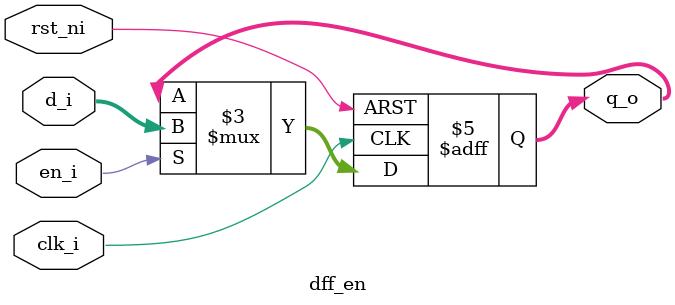
<source format=sv>
/*******************************************************************************
Creator:        Hai Cao Xuan - Joachim Cao (caoxuanhaipr@gmail.com)

Additional Contributions by:

File Name:      dff_en.sv
Design Name:    D Flipflop with Enable
Project Name:   Example
Description:    A D Flipflop to demonstrate always_ff

Changelog:      2022.07.07 - first draft

********************************************************************************
Copyright (c) 2022 Hai Cao Xuan
*******************************************************************************/

`default_nettype none

module dff_en #(
  parameter int unsigned    Width = 32
) (
  // global
  input logic               clk_i,
  input logic               rst_ni,

  // input
  input logic [Width-1:0]   d_i,
  input logic               en_i,

  // output
  output logic [Width-1:0]  q_o
);

  always_ff @(posedge clk_i or negedge rst_ni) begin : proc_dff
    if (!rst_ni) begin
      q_o <= '0;
    end else begin
      if (en_i) begin
        q_o <= d_i;
      end
    end
  end

endmodule : dff_en

</source>
